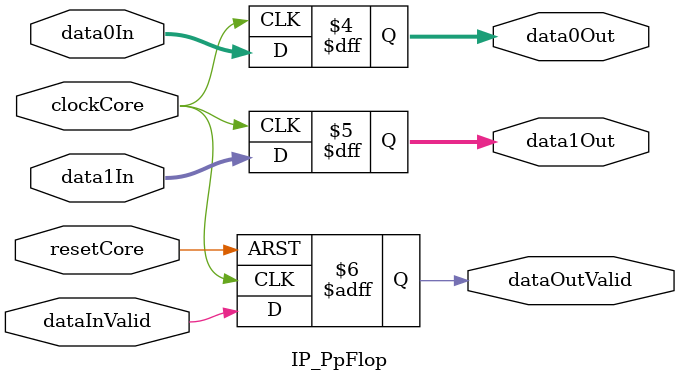
<source format=v>
/*
  For design with gen with scripts!
*/

module IP_PpFlop(/*autoarg*/
   // Outputs
   dataOutValid, data0Out, data1Out,
   // Inputs
   clockCore, resetCore, dataInValid, data0In, data1In
   );

parameter  DATA0WITH = 32;
parameter  DATA1WITH = 32;

input                 clockCore;
input                 resetCore;
input                 dataInValid;
input [DATA0WITH-1:0] data0In;
input [DATA1WITH-1:0] data1In;

output                dataOutValid;
output [DATA0WITH-1:0] data0Out;
output [DATA1WITH-1:0] data1Out;
reg                   dataOutValid;
reg [DATA0WITH-1:0]    data0Out;
reg [DATA1WITH-1:0]    data1Out;

always @(posedge clockCore or negedge resetCore)begin
  if(!resetCore)begin
    dataOutValid <= 1'd0;
  end 
  else begin 
    dataOutValid <= dataInValid;
  end 
end 

always @(posedge clockCore)begin
  data0Out <= data0In;
  data1Out <= data1In;
end 



endmodule

</source>
